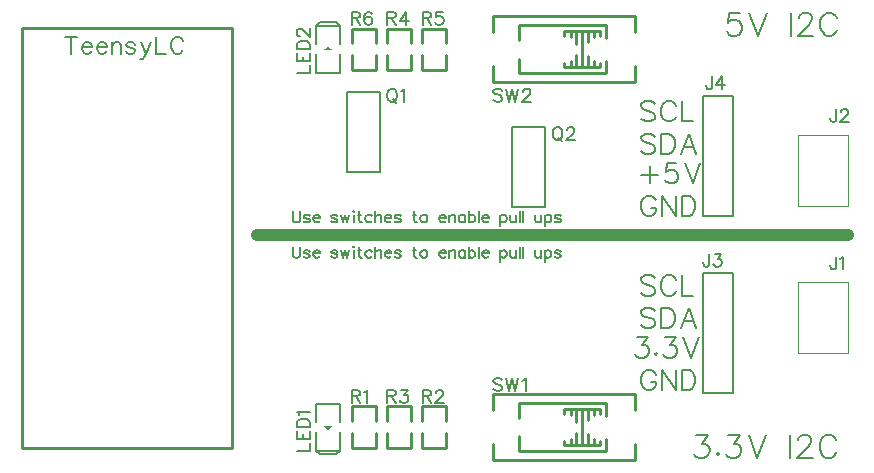
<source format=gto>
G04 Layer: TopSilkLayer*
G04 EasyEDA v6.4.25, 2022-02-05T09:57:48+11:00*
G04 a67cddfb3fce44daa9051d46cbbcc19f,10*
G04 Gerber Generator version 0.2*
G04 Scale: 100 percent, Rotated: No, Reflected: No *
G04 Dimensions in millimeters *
G04 leading zeros omitted , absolute positions ,4 integer and 5 decimal *
%FSLAX45Y45*%
%MOMM*%

%ADD10C,0.2540*%
%ADD11C,1.0000*%
%ADD25C,0.1000*%
%ADD26C,0.2032*%
%ADD27C,0.2030*%
%ADD28C,0.2000*%
%ADD29C,0.1524*%

%LPD*%
D26*
X6285755Y3880048D02*
G01*
X6193553Y3880048D01*
X6184155Y3796990D01*
X6193553Y3806134D01*
X6221239Y3815278D01*
X6248925Y3815278D01*
X6276611Y3806134D01*
X6295153Y3787592D01*
X6304297Y3759906D01*
X6304297Y3741618D01*
X6295153Y3713678D01*
X6276611Y3695390D01*
X6248925Y3685992D01*
X6221239Y3685992D01*
X6193553Y3695390D01*
X6184155Y3704534D01*
X6175011Y3723076D01*
X6365257Y3880048D02*
G01*
X6439171Y3685992D01*
X6513085Y3880048D02*
G01*
X6439171Y3685992D01*
X6716285Y3880048D02*
G01*
X6716285Y3685992D01*
X6786389Y3833820D02*
G01*
X6786389Y3843218D01*
X6795787Y3861506D01*
X6804931Y3870904D01*
X6823473Y3880048D01*
X6860303Y3880048D01*
X6878845Y3870904D01*
X6887989Y3861506D01*
X6897387Y3843218D01*
X6897387Y3824676D01*
X6887989Y3806134D01*
X6869447Y3778448D01*
X6777245Y3685992D01*
X6906531Y3685992D01*
X7105921Y3833820D02*
G01*
X7096777Y3852362D01*
X7078235Y3870904D01*
X7059947Y3880048D01*
X7022863Y3880048D01*
X7004321Y3870904D01*
X6986033Y3852362D01*
X6976635Y3833820D01*
X6967491Y3806134D01*
X6967491Y3759906D01*
X6976635Y3732220D01*
X6986033Y3713678D01*
X7004321Y3695390D01*
X7022863Y3685992D01*
X7059947Y3685992D01*
X7078235Y3695390D01*
X7096777Y3713678D01*
X7105921Y3732220D01*
X5918555Y305000D02*
G01*
X6020155Y305000D01*
X5964529Y231086D01*
X5992469Y231086D01*
X6010757Y221942D01*
X6020155Y212798D01*
X6029299Y184858D01*
X6029299Y166570D01*
X6020155Y138884D01*
X6001613Y120342D01*
X5973927Y111198D01*
X5946241Y111198D01*
X5918555Y120342D01*
X5909157Y129486D01*
X5900013Y148028D01*
X6099403Y157172D02*
G01*
X6090259Y148028D01*
X6099403Y138884D01*
X6108801Y148028D01*
X6099403Y157172D01*
X6188049Y305000D02*
G01*
X6289649Y305000D01*
X6234277Y231086D01*
X6261963Y231086D01*
X6280505Y221942D01*
X6289649Y212798D01*
X6299047Y184858D01*
X6299047Y166570D01*
X6289649Y138884D01*
X6271361Y120342D01*
X6243675Y111198D01*
X6215989Y111198D01*
X6188049Y120342D01*
X6178905Y129486D01*
X6169761Y148028D01*
X6360007Y305000D02*
G01*
X6433921Y111198D01*
X6507835Y305000D02*
G01*
X6433921Y111198D01*
X6711035Y305000D02*
G01*
X6711035Y111198D01*
X6781139Y258772D02*
G01*
X6781139Y268170D01*
X6790283Y286458D01*
X6799681Y295856D01*
X6817969Y305000D01*
X6855053Y305000D01*
X6873595Y295856D01*
X6882739Y286458D01*
X6891883Y268170D01*
X6891883Y249628D01*
X6882739Y231086D01*
X6864197Y203400D01*
X6771995Y111198D01*
X6901281Y111198D01*
X7100671Y258772D02*
G01*
X7091527Y277314D01*
X7072985Y295856D01*
X7054443Y305000D01*
X7017613Y305000D01*
X6999071Y295856D01*
X6980529Y277314D01*
X6971385Y258772D01*
X6962241Y231086D01*
X6962241Y184858D01*
X6971385Y157172D01*
X6980529Y138884D01*
X6999071Y120342D01*
X7017613Y111198D01*
X7054443Y111198D01*
X7072985Y120342D01*
X7091527Y138884D01*
X7100671Y157172D01*
X5564446Y3107181D02*
G01*
X5548190Y3123437D01*
X5523552Y3131565D01*
X5490786Y3131565D01*
X5466402Y3123437D01*
X5449892Y3107181D01*
X5449892Y3090671D01*
X5458274Y3074415D01*
X5466402Y3066287D01*
X5482658Y3057905D01*
X5531934Y3041650D01*
X5548190Y3033521D01*
X5556318Y3025394D01*
X5564446Y3008884D01*
X5564446Y2984245D01*
X5548190Y2967989D01*
X5523552Y2959862D01*
X5490786Y2959862D01*
X5466402Y2967989D01*
X5449892Y2984245D01*
X5741230Y3090671D02*
G01*
X5733102Y3107181D01*
X5716846Y3123437D01*
X5700336Y3131565D01*
X5667570Y3131565D01*
X5651314Y3123437D01*
X5634804Y3107181D01*
X5626676Y3090671D01*
X5618548Y3066287D01*
X5618548Y3025394D01*
X5626676Y3000755D01*
X5634804Y2984245D01*
X5651314Y2967989D01*
X5667570Y2959862D01*
X5700336Y2959862D01*
X5716846Y2967989D01*
X5733102Y2984245D01*
X5741230Y3000755D01*
X5795332Y3131565D02*
G01*
X5795332Y2959862D01*
X5795332Y2959862D02*
G01*
X5893376Y2959862D01*
X5564446Y2832100D02*
G01*
X5548190Y2848355D01*
X5523552Y2856737D01*
X5490786Y2856737D01*
X5466402Y2848355D01*
X5449892Y2832100D01*
X5449892Y2815844D01*
X5458274Y2799334D01*
X5466402Y2791205D01*
X5482658Y2783078D01*
X5531934Y2766568D01*
X5548190Y2758439D01*
X5556318Y2750312D01*
X5564446Y2733802D01*
X5564446Y2709418D01*
X5548190Y2692907D01*
X5523552Y2684779D01*
X5490786Y2684779D01*
X5466402Y2692907D01*
X5449892Y2709418D01*
X5618548Y2856737D02*
G01*
X5618548Y2684779D01*
X5618548Y2856737D02*
G01*
X5675698Y2856737D01*
X5700336Y2848355D01*
X5716846Y2832100D01*
X5724974Y2815844D01*
X5733102Y2791205D01*
X5733102Y2750312D01*
X5724974Y2725673D01*
X5716846Y2709418D01*
X5700336Y2692907D01*
X5675698Y2684779D01*
X5618548Y2684779D01*
X5852482Y2856737D02*
G01*
X5787204Y2684779D01*
X5852482Y2856737D02*
G01*
X5918014Y2684779D01*
X5811588Y2742184D02*
G01*
X5893376Y2742184D01*
X5523552Y2582163D02*
G01*
X5523552Y2434844D01*
X5449892Y2508504D02*
G01*
X5597212Y2508504D01*
X5749358Y2606547D02*
G01*
X5667570Y2606547D01*
X5659442Y2532887D01*
X5667570Y2541270D01*
X5692208Y2549397D01*
X5716846Y2549397D01*
X5741230Y2541270D01*
X5757740Y2524760D01*
X5765868Y2500376D01*
X5765868Y2483865D01*
X5757740Y2459481D01*
X5741230Y2442971D01*
X5716846Y2434844D01*
X5692208Y2434844D01*
X5667570Y2442971D01*
X5659442Y2451100D01*
X5651314Y2467610D01*
X5819716Y2606547D02*
G01*
X5885248Y2434844D01*
X5950780Y2606547D02*
G01*
X5885248Y2434844D01*
X5572828Y2290826D02*
G01*
X5564446Y2307081D01*
X5548190Y2323337D01*
X5531934Y2331720D01*
X5499168Y2331720D01*
X5482658Y2323337D01*
X5466402Y2307081D01*
X5458274Y2290826D01*
X5449892Y2266187D01*
X5449892Y2225294D01*
X5458274Y2200655D01*
X5466402Y2184400D01*
X5482658Y2167889D01*
X5499168Y2159762D01*
X5531934Y2159762D01*
X5548190Y2167889D01*
X5564446Y2184400D01*
X5572828Y2200655D01*
X5572828Y2225294D01*
X5531934Y2225294D02*
G01*
X5572828Y2225294D01*
X5626676Y2331720D02*
G01*
X5626676Y2159762D01*
X5626676Y2331720D02*
G01*
X5741230Y2159762D01*
X5741230Y2331720D02*
G01*
X5741230Y2159762D01*
X5795332Y2331720D02*
G01*
X5795332Y2159762D01*
X5795332Y2331720D02*
G01*
X5852482Y2331720D01*
X5877120Y2323337D01*
X5893376Y2307081D01*
X5901758Y2290826D01*
X5909886Y2266187D01*
X5909886Y2225294D01*
X5901758Y2200655D01*
X5893376Y2184400D01*
X5877120Y2167889D01*
X5852482Y2159762D01*
X5795332Y2159762D01*
X5572828Y815847D02*
G01*
X5564446Y832104D01*
X5548190Y848360D01*
X5531934Y856742D01*
X5499168Y856742D01*
X5482658Y848360D01*
X5466402Y832104D01*
X5458274Y815847D01*
X5449892Y791210D01*
X5449892Y750315D01*
X5458274Y725678D01*
X5466402Y709421D01*
X5482658Y692912D01*
X5499168Y684784D01*
X5531934Y684784D01*
X5548190Y692912D01*
X5564446Y709421D01*
X5572828Y725678D01*
X5572828Y750315D01*
X5531934Y750315D02*
G01*
X5572828Y750315D01*
X5626676Y856742D02*
G01*
X5626676Y684784D01*
X5626676Y856742D02*
G01*
X5741230Y684784D01*
X5741230Y856742D02*
G01*
X5741230Y684784D01*
X5795332Y856742D02*
G01*
X5795332Y684784D01*
X5795332Y856742D02*
G01*
X5852482Y856742D01*
X5877120Y848360D01*
X5893376Y832104D01*
X5901758Y815847D01*
X5909886Y791210D01*
X5909886Y750315D01*
X5901758Y725678D01*
X5893376Y709421D01*
X5877120Y692912D01*
X5852482Y684784D01*
X5795332Y684784D01*
X5416364Y1131570D02*
G01*
X5506280Y1131570D01*
X5457258Y1066292D01*
X5481896Y1066292D01*
X5498152Y1057910D01*
X5506280Y1049781D01*
X5514662Y1025397D01*
X5514662Y1008887D01*
X5506280Y984250D01*
X5490024Y967994D01*
X5465386Y959865D01*
X5441002Y959865D01*
X5416364Y967994D01*
X5408236Y976121D01*
X5400108Y992631D01*
X5576638Y1000760D02*
G01*
X5568510Y992631D01*
X5576638Y984250D01*
X5585020Y992631D01*
X5576638Y1000760D01*
X5655378Y1131570D02*
G01*
X5745294Y1131570D01*
X5696272Y1066292D01*
X5720656Y1066292D01*
X5737166Y1057910D01*
X5745294Y1049781D01*
X5753422Y1025397D01*
X5753422Y1008887D01*
X5745294Y984250D01*
X5728784Y967994D01*
X5704400Y959865D01*
X5679762Y959865D01*
X5655378Y967994D01*
X5646996Y976121D01*
X5638868Y992631D01*
X5807524Y1131570D02*
G01*
X5872802Y959865D01*
X5938334Y1131570D02*
G01*
X5872802Y959865D01*
X5564446Y1357121D02*
G01*
X5548190Y1373378D01*
X5523552Y1381760D01*
X5490786Y1381760D01*
X5466402Y1373378D01*
X5449892Y1357121D01*
X5449892Y1340612D01*
X5458274Y1324355D01*
X5466402Y1316228D01*
X5482658Y1308100D01*
X5531934Y1291589D01*
X5548190Y1283462D01*
X5556318Y1275334D01*
X5564446Y1258823D01*
X5564446Y1234439D01*
X5548190Y1217929D01*
X5523552Y1209802D01*
X5490786Y1209802D01*
X5466402Y1217929D01*
X5449892Y1234439D01*
X5618548Y1381760D02*
G01*
X5618548Y1209802D01*
X5618548Y1381760D02*
G01*
X5675698Y1381760D01*
X5700336Y1373378D01*
X5716846Y1357121D01*
X5724974Y1340612D01*
X5733102Y1316228D01*
X5733102Y1275334D01*
X5724974Y1250695D01*
X5716846Y1234439D01*
X5700336Y1217929D01*
X5675698Y1209802D01*
X5618548Y1209802D01*
X5852482Y1381760D02*
G01*
X5787204Y1209802D01*
X5852482Y1381760D02*
G01*
X5918014Y1209802D01*
X5811588Y1267205D02*
G01*
X5893376Y1267205D01*
X5564446Y1632204D02*
G01*
X5548190Y1648460D01*
X5523552Y1656587D01*
X5490786Y1656587D01*
X5466402Y1648460D01*
X5449892Y1632204D01*
X5449892Y1615694D01*
X5458274Y1599437D01*
X5466402Y1591055D01*
X5482658Y1582928D01*
X5531934Y1566671D01*
X5548190Y1558544D01*
X5556318Y1550162D01*
X5564446Y1533905D01*
X5564446Y1509268D01*
X5548190Y1493012D01*
X5523552Y1484884D01*
X5490786Y1484884D01*
X5466402Y1493012D01*
X5449892Y1509268D01*
X5741230Y1615694D02*
G01*
X5733102Y1632204D01*
X5716846Y1648460D01*
X5700336Y1656587D01*
X5667570Y1656587D01*
X5651314Y1648460D01*
X5634804Y1632204D01*
X5626676Y1615694D01*
X5618548Y1591055D01*
X5618548Y1550162D01*
X5626676Y1525778D01*
X5634804Y1509268D01*
X5651314Y1493012D01*
X5667570Y1484884D01*
X5700336Y1484884D01*
X5716846Y1493012D01*
X5733102Y1509268D01*
X5741230Y1525778D01*
X5795332Y1656587D02*
G01*
X5795332Y1484884D01*
X5795332Y1484884D02*
G01*
X5893376Y1484884D01*
X2499944Y1900859D02*
G01*
X2499944Y1832787D01*
X2504516Y1819071D01*
X2513660Y1809927D01*
X2527376Y1805355D01*
X2536266Y1805355D01*
X2549982Y1809927D01*
X2559126Y1819071D01*
X2563698Y1832787D01*
X2563698Y1900859D01*
X2643708Y1855393D02*
G01*
X2639136Y1864537D01*
X2625420Y1869109D01*
X2611704Y1869109D01*
X2598242Y1864537D01*
X2593670Y1855393D01*
X2598242Y1846249D01*
X2607386Y1841931D01*
X2629992Y1837359D01*
X2639136Y1832787D01*
X2643708Y1823643D01*
X2643708Y1819071D01*
X2639136Y1809927D01*
X2625420Y1805355D01*
X2611704Y1805355D01*
X2598242Y1809927D01*
X2593670Y1819071D01*
X2673680Y1841931D02*
G01*
X2728290Y1841931D01*
X2728290Y1850821D01*
X2723718Y1859965D01*
X2719146Y1864537D01*
X2710002Y1869109D01*
X2696286Y1869109D01*
X2687396Y1864537D01*
X2678252Y1855393D01*
X2673680Y1841931D01*
X2673680Y1832787D01*
X2678252Y1819071D01*
X2687396Y1809927D01*
X2696286Y1805355D01*
X2710002Y1805355D01*
X2719146Y1809927D01*
X2728290Y1819071D01*
X2878150Y1855393D02*
G01*
X2873578Y1864537D01*
X2860116Y1869109D01*
X2846400Y1869109D01*
X2832684Y1864537D01*
X2828112Y1855393D01*
X2832684Y1846249D01*
X2841828Y1841931D01*
X2864434Y1837359D01*
X2873578Y1832787D01*
X2878150Y1823643D01*
X2878150Y1819071D01*
X2873578Y1809927D01*
X2860116Y1805355D01*
X2846400Y1805355D01*
X2832684Y1809927D01*
X2828112Y1819071D01*
X2908122Y1869109D02*
G01*
X2926410Y1805355D01*
X2944444Y1869109D02*
G01*
X2926410Y1805355D01*
X2944444Y1869109D02*
G01*
X2962732Y1805355D01*
X2981020Y1869109D02*
G01*
X2962732Y1805355D01*
X3010992Y1900859D02*
G01*
X3015564Y1896287D01*
X3019882Y1900859D01*
X3015564Y1905431D01*
X3010992Y1900859D01*
X3015564Y1869109D02*
G01*
X3015564Y1805355D01*
X3063570Y1900859D02*
G01*
X3063570Y1823643D01*
X3068142Y1809927D01*
X3077286Y1805355D01*
X3086430Y1805355D01*
X3050108Y1869109D02*
G01*
X3081858Y1869109D01*
X3171012Y1855393D02*
G01*
X3161868Y1864537D01*
X3152724Y1869109D01*
X3139008Y1869109D01*
X3130118Y1864537D01*
X3120974Y1855393D01*
X3116402Y1841931D01*
X3116402Y1832787D01*
X3120974Y1819071D01*
X3130118Y1809927D01*
X3139008Y1805355D01*
X3152724Y1805355D01*
X3161868Y1809927D01*
X3171012Y1819071D01*
X3200984Y1900859D02*
G01*
X3200984Y1805355D01*
X3200984Y1850821D02*
G01*
X3214446Y1864537D01*
X3223590Y1869109D01*
X3237306Y1869109D01*
X3246450Y1864537D01*
X3251022Y1850821D01*
X3251022Y1805355D01*
X3280994Y1841931D02*
G01*
X3335350Y1841931D01*
X3335350Y1850821D01*
X3331032Y1859965D01*
X3326460Y1864537D01*
X3317316Y1869109D01*
X3303600Y1869109D01*
X3294456Y1864537D01*
X3285566Y1855393D01*
X3280994Y1841931D01*
X3280994Y1832787D01*
X3285566Y1819071D01*
X3294456Y1809927D01*
X3303600Y1805355D01*
X3317316Y1805355D01*
X3326460Y1809927D01*
X3335350Y1819071D01*
X3415360Y1855393D02*
G01*
X3410788Y1864537D01*
X3397326Y1869109D01*
X3383610Y1869109D01*
X3369894Y1864537D01*
X3365576Y1855393D01*
X3369894Y1846249D01*
X3379038Y1841931D01*
X3401898Y1837359D01*
X3410788Y1832787D01*
X3415360Y1823643D01*
X3415360Y1819071D01*
X3410788Y1809927D01*
X3397326Y1805355D01*
X3383610Y1805355D01*
X3369894Y1809927D01*
X3365576Y1819071D01*
X3529152Y1900859D02*
G01*
X3529152Y1823643D01*
X3533724Y1809927D01*
X3542614Y1805355D01*
X3551758Y1805355D01*
X3515436Y1869109D02*
G01*
X3547186Y1869109D01*
X3604590Y1869109D02*
G01*
X3595446Y1864537D01*
X3586302Y1855393D01*
X3581730Y1841931D01*
X3581730Y1832787D01*
X3586302Y1819071D01*
X3595446Y1809927D01*
X3604590Y1805355D01*
X3618306Y1805355D01*
X3627196Y1809927D01*
X3636340Y1819071D01*
X3640912Y1832787D01*
X3640912Y1841931D01*
X3636340Y1855393D01*
X3627196Y1864537D01*
X3618306Y1869109D01*
X3604590Y1869109D01*
X3740988Y1841931D02*
G01*
X3795344Y1841931D01*
X3795344Y1850821D01*
X3791026Y1859965D01*
X3786454Y1864537D01*
X3777310Y1869109D01*
X3763594Y1869109D01*
X3754450Y1864537D01*
X3745560Y1855393D01*
X3740988Y1841931D01*
X3740988Y1832787D01*
X3745560Y1819071D01*
X3754450Y1809927D01*
X3763594Y1805355D01*
X3777310Y1805355D01*
X3786454Y1809927D01*
X3795344Y1819071D01*
X3825570Y1869109D02*
G01*
X3825570Y1805355D01*
X3825570Y1850821D02*
G01*
X3839032Y1864537D01*
X3848176Y1869109D01*
X3861892Y1869109D01*
X3870782Y1864537D01*
X3875354Y1850821D01*
X3875354Y1805355D01*
X3959936Y1869109D02*
G01*
X3959936Y1805355D01*
X3959936Y1855393D02*
G01*
X3950792Y1864537D01*
X3941902Y1869109D01*
X3928186Y1869109D01*
X3919042Y1864537D01*
X3909898Y1855393D01*
X3905580Y1841931D01*
X3905580Y1832787D01*
X3909898Y1819071D01*
X3919042Y1809927D01*
X3928186Y1805355D01*
X3941902Y1805355D01*
X3950792Y1809927D01*
X3959936Y1819071D01*
X3989908Y1900859D02*
G01*
X3989908Y1805355D01*
X3989908Y1855393D02*
G01*
X3999052Y1864537D01*
X4008196Y1869109D01*
X4021912Y1869109D01*
X4030802Y1864537D01*
X4039946Y1855393D01*
X4044518Y1841931D01*
X4044518Y1832787D01*
X4039946Y1819071D01*
X4030802Y1809927D01*
X4021912Y1805355D01*
X4008196Y1805355D01*
X3999052Y1809927D01*
X3989908Y1819071D01*
X4074490Y1900859D02*
G01*
X4074490Y1805355D01*
X4104462Y1841931D02*
G01*
X4159072Y1841931D01*
X4159072Y1850821D01*
X4154500Y1859965D01*
X4149928Y1864537D01*
X4140784Y1869109D01*
X4127322Y1869109D01*
X4118178Y1864537D01*
X4109034Y1855393D01*
X4104462Y1841931D01*
X4104462Y1832787D01*
X4109034Y1819071D01*
X4118178Y1809927D01*
X4127322Y1805355D01*
X4140784Y1805355D01*
X4149928Y1809927D01*
X4159072Y1819071D01*
X4259148Y1869109D02*
G01*
X4259148Y1773605D01*
X4259148Y1855393D02*
G01*
X4268292Y1864537D01*
X4277182Y1869109D01*
X4290898Y1869109D01*
X4300042Y1864537D01*
X4309186Y1855393D01*
X4313758Y1841931D01*
X4313758Y1832787D01*
X4309186Y1819071D01*
X4300042Y1809927D01*
X4290898Y1805355D01*
X4277182Y1805355D01*
X4268292Y1809927D01*
X4259148Y1819071D01*
X4343730Y1869109D02*
G01*
X4343730Y1823643D01*
X4348302Y1809927D01*
X4357192Y1805355D01*
X4370908Y1805355D01*
X4380052Y1809927D01*
X4393514Y1823643D01*
X4393514Y1869109D02*
G01*
X4393514Y1805355D01*
X4423740Y1900859D02*
G01*
X4423740Y1805355D01*
X4453712Y1900859D02*
G01*
X4453712Y1805355D01*
X4553534Y1869109D02*
G01*
X4553534Y1823643D01*
X4558106Y1809927D01*
X4567250Y1805355D01*
X4580966Y1805355D01*
X4590110Y1809927D01*
X4603572Y1823643D01*
X4603572Y1869109D02*
G01*
X4603572Y1805355D01*
X4633544Y1869109D02*
G01*
X4633544Y1773605D01*
X4633544Y1855393D02*
G01*
X4642688Y1864537D01*
X4651832Y1869109D01*
X4665548Y1869109D01*
X4674438Y1864537D01*
X4683582Y1855393D01*
X4688154Y1841931D01*
X4688154Y1832787D01*
X4683582Y1819071D01*
X4674438Y1809927D01*
X4665548Y1805355D01*
X4651832Y1805355D01*
X4642688Y1809927D01*
X4633544Y1819071D01*
X4768164Y1855393D02*
G01*
X4763592Y1864537D01*
X4749876Y1869109D01*
X4736414Y1869109D01*
X4722698Y1864537D01*
X4718126Y1855393D01*
X4722698Y1846249D01*
X4731842Y1841931D01*
X4754448Y1837359D01*
X4763592Y1832787D01*
X4768164Y1823643D01*
X4768164Y1819071D01*
X4763592Y1809927D01*
X4749876Y1805355D01*
X4736414Y1805355D01*
X4722698Y1809927D01*
X4718126Y1819071D01*
X2499944Y2200861D02*
G01*
X2499944Y2132789D01*
X2504516Y2119073D01*
X2513660Y2109929D01*
X2527376Y2105357D01*
X2536266Y2105357D01*
X2549982Y2109929D01*
X2559126Y2119073D01*
X2563698Y2132789D01*
X2563698Y2200861D01*
X2643708Y2155395D02*
G01*
X2639136Y2164539D01*
X2625420Y2169111D01*
X2611704Y2169111D01*
X2598242Y2164539D01*
X2593670Y2155395D01*
X2598242Y2146251D01*
X2607386Y2141933D01*
X2629992Y2137361D01*
X2639136Y2132789D01*
X2643708Y2123645D01*
X2643708Y2119073D01*
X2639136Y2109929D01*
X2625420Y2105357D01*
X2611704Y2105357D01*
X2598242Y2109929D01*
X2593670Y2119073D01*
X2673680Y2141933D02*
G01*
X2728290Y2141933D01*
X2728290Y2150823D01*
X2723718Y2159967D01*
X2719146Y2164539D01*
X2710002Y2169111D01*
X2696286Y2169111D01*
X2687396Y2164539D01*
X2678252Y2155395D01*
X2673680Y2141933D01*
X2673680Y2132789D01*
X2678252Y2119073D01*
X2687396Y2109929D01*
X2696286Y2105357D01*
X2710002Y2105357D01*
X2719146Y2109929D01*
X2728290Y2119073D01*
X2878150Y2155395D02*
G01*
X2873578Y2164539D01*
X2860116Y2169111D01*
X2846400Y2169111D01*
X2832684Y2164539D01*
X2828112Y2155395D01*
X2832684Y2146251D01*
X2841828Y2141933D01*
X2864434Y2137361D01*
X2873578Y2132789D01*
X2878150Y2123645D01*
X2878150Y2119073D01*
X2873578Y2109929D01*
X2860116Y2105357D01*
X2846400Y2105357D01*
X2832684Y2109929D01*
X2828112Y2119073D01*
X2908122Y2169111D02*
G01*
X2926410Y2105357D01*
X2944444Y2169111D02*
G01*
X2926410Y2105357D01*
X2944444Y2169111D02*
G01*
X2962732Y2105357D01*
X2981020Y2169111D02*
G01*
X2962732Y2105357D01*
X3010992Y2200861D02*
G01*
X3015564Y2196289D01*
X3019882Y2200861D01*
X3015564Y2205433D01*
X3010992Y2200861D01*
X3015564Y2169111D02*
G01*
X3015564Y2105357D01*
X3063570Y2200861D02*
G01*
X3063570Y2123645D01*
X3068142Y2109929D01*
X3077286Y2105357D01*
X3086430Y2105357D01*
X3050108Y2169111D02*
G01*
X3081858Y2169111D01*
X3171012Y2155395D02*
G01*
X3161868Y2164539D01*
X3152724Y2169111D01*
X3139008Y2169111D01*
X3130118Y2164539D01*
X3120974Y2155395D01*
X3116402Y2141933D01*
X3116402Y2132789D01*
X3120974Y2119073D01*
X3130118Y2109929D01*
X3139008Y2105357D01*
X3152724Y2105357D01*
X3161868Y2109929D01*
X3171012Y2119073D01*
X3200984Y2200861D02*
G01*
X3200984Y2105357D01*
X3200984Y2150823D02*
G01*
X3214446Y2164539D01*
X3223590Y2169111D01*
X3237306Y2169111D01*
X3246450Y2164539D01*
X3251022Y2150823D01*
X3251022Y2105357D01*
X3280994Y2141933D02*
G01*
X3335350Y2141933D01*
X3335350Y2150823D01*
X3331032Y2159967D01*
X3326460Y2164539D01*
X3317316Y2169111D01*
X3303600Y2169111D01*
X3294456Y2164539D01*
X3285566Y2155395D01*
X3280994Y2141933D01*
X3280994Y2132789D01*
X3285566Y2119073D01*
X3294456Y2109929D01*
X3303600Y2105357D01*
X3317316Y2105357D01*
X3326460Y2109929D01*
X3335350Y2119073D01*
X3415360Y2155395D02*
G01*
X3410788Y2164539D01*
X3397326Y2169111D01*
X3383610Y2169111D01*
X3369894Y2164539D01*
X3365576Y2155395D01*
X3369894Y2146251D01*
X3379038Y2141933D01*
X3401898Y2137361D01*
X3410788Y2132789D01*
X3415360Y2123645D01*
X3415360Y2119073D01*
X3410788Y2109929D01*
X3397326Y2105357D01*
X3383610Y2105357D01*
X3369894Y2109929D01*
X3365576Y2119073D01*
X3529152Y2200861D02*
G01*
X3529152Y2123645D01*
X3533724Y2109929D01*
X3542614Y2105357D01*
X3551758Y2105357D01*
X3515436Y2169111D02*
G01*
X3547186Y2169111D01*
X3604590Y2169111D02*
G01*
X3595446Y2164539D01*
X3586302Y2155395D01*
X3581730Y2141933D01*
X3581730Y2132789D01*
X3586302Y2119073D01*
X3595446Y2109929D01*
X3604590Y2105357D01*
X3618306Y2105357D01*
X3627196Y2109929D01*
X3636340Y2119073D01*
X3640912Y2132789D01*
X3640912Y2141933D01*
X3636340Y2155395D01*
X3627196Y2164539D01*
X3618306Y2169111D01*
X3604590Y2169111D01*
X3740988Y2141933D02*
G01*
X3795344Y2141933D01*
X3795344Y2150823D01*
X3791026Y2159967D01*
X3786454Y2164539D01*
X3777310Y2169111D01*
X3763594Y2169111D01*
X3754450Y2164539D01*
X3745560Y2155395D01*
X3740988Y2141933D01*
X3740988Y2132789D01*
X3745560Y2119073D01*
X3754450Y2109929D01*
X3763594Y2105357D01*
X3777310Y2105357D01*
X3786454Y2109929D01*
X3795344Y2119073D01*
X3825570Y2169111D02*
G01*
X3825570Y2105357D01*
X3825570Y2150823D02*
G01*
X3839032Y2164539D01*
X3848176Y2169111D01*
X3861892Y2169111D01*
X3870782Y2164539D01*
X3875354Y2150823D01*
X3875354Y2105357D01*
X3959936Y2169111D02*
G01*
X3959936Y2105357D01*
X3959936Y2155395D02*
G01*
X3950792Y2164539D01*
X3941902Y2169111D01*
X3928186Y2169111D01*
X3919042Y2164539D01*
X3909898Y2155395D01*
X3905580Y2141933D01*
X3905580Y2132789D01*
X3909898Y2119073D01*
X3919042Y2109929D01*
X3928186Y2105357D01*
X3941902Y2105357D01*
X3950792Y2109929D01*
X3959936Y2119073D01*
X3989908Y2200861D02*
G01*
X3989908Y2105357D01*
X3989908Y2155395D02*
G01*
X3999052Y2164539D01*
X4008196Y2169111D01*
X4021912Y2169111D01*
X4030802Y2164539D01*
X4039946Y2155395D01*
X4044518Y2141933D01*
X4044518Y2132789D01*
X4039946Y2119073D01*
X4030802Y2109929D01*
X4021912Y2105357D01*
X4008196Y2105357D01*
X3999052Y2109929D01*
X3989908Y2119073D01*
X4074490Y2200861D02*
G01*
X4074490Y2105357D01*
X4104462Y2141933D02*
G01*
X4159072Y2141933D01*
X4159072Y2150823D01*
X4154500Y2159967D01*
X4149928Y2164539D01*
X4140784Y2169111D01*
X4127322Y2169111D01*
X4118178Y2164539D01*
X4109034Y2155395D01*
X4104462Y2141933D01*
X4104462Y2132789D01*
X4109034Y2119073D01*
X4118178Y2109929D01*
X4127322Y2105357D01*
X4140784Y2105357D01*
X4149928Y2109929D01*
X4159072Y2119073D01*
X4259148Y2169111D02*
G01*
X4259148Y2073607D01*
X4259148Y2155395D02*
G01*
X4268292Y2164539D01*
X4277182Y2169111D01*
X4290898Y2169111D01*
X4300042Y2164539D01*
X4309186Y2155395D01*
X4313758Y2141933D01*
X4313758Y2132789D01*
X4309186Y2119073D01*
X4300042Y2109929D01*
X4290898Y2105357D01*
X4277182Y2105357D01*
X4268292Y2109929D01*
X4259148Y2119073D01*
X4343730Y2169111D02*
G01*
X4343730Y2123645D01*
X4348302Y2109929D01*
X4357192Y2105357D01*
X4370908Y2105357D01*
X4380052Y2109929D01*
X4393514Y2123645D01*
X4393514Y2169111D02*
G01*
X4393514Y2105357D01*
X4423740Y2200861D02*
G01*
X4423740Y2105357D01*
X4453712Y2200861D02*
G01*
X4453712Y2105357D01*
X4553534Y2169111D02*
G01*
X4553534Y2123645D01*
X4558106Y2109929D01*
X4567250Y2105357D01*
X4580966Y2105357D01*
X4590110Y2109929D01*
X4603572Y2123645D01*
X4603572Y2169111D02*
G01*
X4603572Y2105357D01*
X4633544Y2169111D02*
G01*
X4633544Y2073607D01*
X4633544Y2155395D02*
G01*
X4642688Y2164539D01*
X4651832Y2169111D01*
X4665548Y2169111D01*
X4674438Y2164539D01*
X4683582Y2155395D01*
X4688154Y2141933D01*
X4688154Y2132789D01*
X4683582Y2119073D01*
X4674438Y2109929D01*
X4665548Y2105357D01*
X4651832Y2105357D01*
X4642688Y2109929D01*
X4633544Y2119073D01*
X4768164Y2155395D02*
G01*
X4763592Y2164539D01*
X4749876Y2169111D01*
X4736414Y2169111D01*
X4722698Y2164539D01*
X4718126Y2155395D01*
X4722698Y2146251D01*
X4731842Y2141933D01*
X4754448Y2137361D01*
X4763592Y2132789D01*
X4768164Y2123645D01*
X4768164Y2119073D01*
X4763592Y2109929D01*
X4749876Y2105357D01*
X4736414Y2105357D01*
X4722698Y2109929D01*
X4718126Y2119073D01*
D29*
X3599941Y686815D02*
G01*
X3599941Y577595D01*
X3599941Y686815D02*
G01*
X3646677Y686815D01*
X3662425Y681481D01*
X3667506Y676402D01*
X3672840Y665987D01*
X3672840Y655573D01*
X3667506Y645160D01*
X3662425Y640079D01*
X3646677Y634745D01*
X3599941Y634745D01*
X3636263Y634745D02*
G01*
X3672840Y577595D01*
X3712209Y660907D02*
G01*
X3712209Y665987D01*
X3717543Y676402D01*
X3722624Y681481D01*
X3733038Y686815D01*
X3753865Y686815D01*
X3764279Y681481D01*
X3769359Y676402D01*
X3774693Y665987D01*
X3774693Y655573D01*
X3769359Y645160D01*
X3758945Y629665D01*
X3707129Y577595D01*
X3779774Y577595D01*
X3299968Y686815D02*
G01*
X3299968Y577595D01*
X3299968Y686815D02*
G01*
X3346704Y686815D01*
X3362452Y681481D01*
X3367531Y676402D01*
X3372611Y665987D01*
X3372611Y655573D01*
X3367531Y645160D01*
X3362452Y640079D01*
X3346704Y634745D01*
X3299968Y634745D01*
X3336290Y634745D02*
G01*
X3372611Y577595D01*
X3417315Y686815D02*
G01*
X3474465Y686815D01*
X3443477Y645160D01*
X3458972Y645160D01*
X3469386Y640079D01*
X3474465Y634745D01*
X3479800Y619252D01*
X3479800Y608837D01*
X3474465Y593344D01*
X3464052Y582929D01*
X3448558Y577595D01*
X3433063Y577595D01*
X3417315Y582929D01*
X3412236Y588010D01*
X3406902Y598423D01*
X3299968Y3886707D02*
G01*
X3299968Y3777742D01*
X3299968Y3886707D02*
G01*
X3346704Y3886707D01*
X3362452Y3881628D01*
X3367531Y3876294D01*
X3372611Y3865879D01*
X3372611Y3855720D01*
X3367531Y3845305D01*
X3362452Y3839971D01*
X3346704Y3834892D01*
X3299968Y3834892D01*
X3336290Y3834892D02*
G01*
X3372611Y3777742D01*
X3458972Y3886707D02*
G01*
X3406902Y3814063D01*
X3484879Y3814063D01*
X3458972Y3886707D02*
G01*
X3458972Y3777742D01*
X3599941Y3886707D02*
G01*
X3599941Y3777742D01*
X3599941Y3886707D02*
G01*
X3646677Y3886707D01*
X3662425Y3881628D01*
X3667506Y3876294D01*
X3672840Y3865879D01*
X3672840Y3855720D01*
X3667506Y3845305D01*
X3662425Y3839971D01*
X3646677Y3834892D01*
X3599941Y3834892D01*
X3636263Y3834892D02*
G01*
X3672840Y3777742D01*
X3769359Y3886707D02*
G01*
X3717543Y3886707D01*
X3712209Y3839971D01*
X3717543Y3845305D01*
X3733038Y3850386D01*
X3748531Y3850386D01*
X3764279Y3845305D01*
X3774693Y3834892D01*
X3779774Y3819144D01*
X3779774Y3808729D01*
X3774693Y3793236D01*
X3764279Y3782821D01*
X3748531Y3777742D01*
X3733038Y3777742D01*
X3717543Y3782821D01*
X3712209Y3788155D01*
X3707129Y3798570D01*
X7102063Y1815317D02*
G01*
X7102063Y1732259D01*
X7096729Y1716511D01*
X7091649Y1711431D01*
X7081235Y1706351D01*
X7070821Y1706351D01*
X7060407Y1711431D01*
X7055073Y1716511D01*
X7049993Y1732259D01*
X7049993Y1742673D01*
X7136353Y1794489D02*
G01*
X7146513Y1799823D01*
X7162261Y1815317D01*
X7162261Y1706351D01*
X7102071Y3065315D02*
G01*
X7102071Y2982257D01*
X7096737Y2966509D01*
X7091657Y2961429D01*
X7081243Y2956349D01*
X7070829Y2956349D01*
X7060415Y2961429D01*
X7055081Y2966509D01*
X7050001Y2982257D01*
X7050001Y2992671D01*
X7141441Y3039407D02*
G01*
X7141441Y3044487D01*
X7146521Y3054901D01*
X7151855Y3060235D01*
X7162269Y3065315D01*
X7183097Y3065315D01*
X7193511Y3060235D01*
X7198591Y3054901D01*
X7203671Y3044487D01*
X7203671Y3034073D01*
X7198591Y3023659D01*
X7188177Y3008165D01*
X7136361Y2956349D01*
X7209005Y2956349D01*
X6027069Y1840316D02*
G01*
X6027069Y1757258D01*
X6021735Y1741510D01*
X6016655Y1736430D01*
X6006241Y1731350D01*
X5995827Y1731350D01*
X5985413Y1736430D01*
X5980079Y1741510D01*
X5974999Y1757258D01*
X5974999Y1767672D01*
X6071519Y1840316D02*
G01*
X6128669Y1840316D01*
X6097681Y1798660D01*
X6113175Y1798660D01*
X6123589Y1793580D01*
X6128669Y1788500D01*
X6134003Y1772752D01*
X6134003Y1762338D01*
X6128669Y1746844D01*
X6118509Y1736430D01*
X6102761Y1731350D01*
X6087267Y1731350D01*
X6071519Y1736430D01*
X6066439Y1741510D01*
X6061359Y1751924D01*
X6052070Y3340315D02*
G01*
X6052070Y3257257D01*
X6046736Y3241509D01*
X6041656Y3236429D01*
X6031242Y3231349D01*
X6020828Y3231349D01*
X6010414Y3236429D01*
X6005080Y3241509D01*
X6000000Y3257257D01*
X6000000Y3267671D01*
X6138176Y3340315D02*
G01*
X6086360Y3267671D01*
X6164084Y3267671D01*
X6138176Y3340315D02*
G01*
X6138176Y3231349D01*
X2534686Y171427D02*
G01*
X2643652Y171427D01*
X2643652Y171427D02*
G01*
X2643652Y233657D01*
X2534686Y267947D02*
G01*
X2643652Y267947D01*
X2534686Y267947D02*
G01*
X2534686Y335511D01*
X2586502Y267947D02*
G01*
X2586502Y309603D01*
X2643652Y267947D02*
G01*
X2643652Y335511D01*
X2534686Y369801D02*
G01*
X2643652Y369801D01*
X2534686Y369801D02*
G01*
X2534686Y406377D01*
X2539766Y421871D01*
X2550180Y432285D01*
X2560594Y437365D01*
X2576342Y442699D01*
X2602250Y442699D01*
X2617744Y437365D01*
X2628158Y432285D01*
X2638572Y421871D01*
X2643652Y406377D01*
X2643652Y369801D01*
X2555514Y476989D02*
G01*
X2550180Y487403D01*
X2534686Y502897D01*
X2643652Y502897D01*
X2534686Y3371428D02*
G01*
X2643652Y3371428D01*
X2643652Y3371428D02*
G01*
X2643652Y3433658D01*
X2534686Y3467948D02*
G01*
X2643652Y3467948D01*
X2534686Y3467948D02*
G01*
X2534686Y3535512D01*
X2586502Y3467948D02*
G01*
X2586502Y3509604D01*
X2643652Y3467948D02*
G01*
X2643652Y3535512D01*
X2534686Y3569802D02*
G01*
X2643652Y3569802D01*
X2534686Y3569802D02*
G01*
X2534686Y3606378D01*
X2539766Y3621872D01*
X2550180Y3632286D01*
X2560594Y3637366D01*
X2576342Y3642700D01*
X2602250Y3642700D01*
X2617744Y3637366D01*
X2628158Y3632286D01*
X2638572Y3621872D01*
X2643652Y3606378D01*
X2643652Y3569802D01*
X2560594Y3682070D02*
G01*
X2555514Y3682070D01*
X2545100Y3687404D01*
X2539766Y3692484D01*
X2534686Y3702898D01*
X2534686Y3723726D01*
X2539766Y3734140D01*
X2545100Y3739220D01*
X2555514Y3744554D01*
X2565928Y3744554D01*
X2576342Y3739220D01*
X2591836Y3728806D01*
X2643652Y3676990D01*
X2643652Y3749634D01*
X3331243Y3236744D02*
G01*
X3320829Y3231664D01*
X3310415Y3221250D01*
X3305081Y3210836D01*
X3300001Y3195088D01*
X3300001Y3169180D01*
X3305081Y3153686D01*
X3310415Y3143272D01*
X3320829Y3132858D01*
X3331243Y3127778D01*
X3352071Y3127778D01*
X3362231Y3132858D01*
X3372645Y3143272D01*
X3377979Y3153686D01*
X3383059Y3169180D01*
X3383059Y3195088D01*
X3377979Y3210836D01*
X3372645Y3221250D01*
X3362231Y3231664D01*
X3352071Y3236744D01*
X3331243Y3236744D01*
X3346737Y3148352D02*
G01*
X3377979Y3117364D01*
X3417349Y3215916D02*
G01*
X3427763Y3221250D01*
X3443511Y3236744D01*
X3443511Y3127778D01*
X4731242Y2911744D02*
G01*
X4720828Y2906664D01*
X4710414Y2896250D01*
X4705080Y2885836D01*
X4700000Y2870088D01*
X4700000Y2844180D01*
X4705080Y2828686D01*
X4710414Y2818272D01*
X4720828Y2807858D01*
X4731242Y2802778D01*
X4752070Y2802778D01*
X4762230Y2807858D01*
X4772644Y2818272D01*
X4777978Y2828686D01*
X4783058Y2844180D01*
X4783058Y2870088D01*
X4777978Y2885836D01*
X4772644Y2896250D01*
X4762230Y2906664D01*
X4752070Y2911744D01*
X4731242Y2911744D01*
X4746736Y2823352D02*
G01*
X4777978Y2792364D01*
X4822682Y2885836D02*
G01*
X4822682Y2890916D01*
X4827762Y2901330D01*
X4833096Y2906664D01*
X4843510Y2911744D01*
X4864084Y2911744D01*
X4874498Y2906664D01*
X4879832Y2901330D01*
X4884912Y2890916D01*
X4884912Y2880502D01*
X4879832Y2870088D01*
X4869418Y2854594D01*
X4817348Y2802778D01*
X4890246Y2802778D01*
X3000001Y686742D02*
G01*
X3000001Y577776D01*
X3000001Y686742D02*
G01*
X3046737Y686742D01*
X3062231Y681662D01*
X3067565Y676328D01*
X3072645Y665914D01*
X3072645Y655500D01*
X3067565Y645086D01*
X3062231Y640006D01*
X3046737Y634926D01*
X3000001Y634926D01*
X3036323Y634926D02*
G01*
X3072645Y577776D01*
X3106935Y665914D02*
G01*
X3117349Y671248D01*
X3133097Y686742D01*
X3133097Y577776D01*
X3000001Y3886743D02*
G01*
X3000001Y3777777D01*
X3000001Y3886743D02*
G01*
X3046737Y3886743D01*
X3062231Y3881663D01*
X3067565Y3876329D01*
X3072645Y3865915D01*
X3072645Y3855501D01*
X3067565Y3845087D01*
X3062231Y3840007D01*
X3046737Y3834927D01*
X3000001Y3834927D01*
X3036323Y3834927D02*
G01*
X3072645Y3777777D01*
X3169419Y3871249D02*
G01*
X3164085Y3881663D01*
X3148591Y3886743D01*
X3138177Y3886743D01*
X3122683Y3881663D01*
X3112269Y3865915D01*
X3106935Y3840007D01*
X3106935Y3814099D01*
X3112269Y3793271D01*
X3122683Y3782857D01*
X3138177Y3777777D01*
X3143511Y3777777D01*
X3159005Y3782857D01*
X3169419Y3793271D01*
X3174499Y3808765D01*
X3174499Y3814099D01*
X3169419Y3829593D01*
X3159005Y3840007D01*
X3143511Y3845087D01*
X3138177Y3845087D01*
X3122683Y3840007D01*
X3112269Y3829593D01*
X3106935Y3814099D01*
X4272648Y771250D02*
G01*
X4262234Y781664D01*
X4246740Y786744D01*
X4225912Y786744D01*
X4210418Y781664D01*
X4200004Y771250D01*
X4200004Y760836D01*
X4205084Y750422D01*
X4210418Y745088D01*
X4220832Y740008D01*
X4252074Y729594D01*
X4262234Y724514D01*
X4267568Y719180D01*
X4272648Y708766D01*
X4272648Y693272D01*
X4262234Y682858D01*
X4246740Y677778D01*
X4225912Y677778D01*
X4210418Y682858D01*
X4200004Y693272D01*
X4306938Y786744D02*
G01*
X4333100Y677778D01*
X4359008Y786744D02*
G01*
X4333100Y677778D01*
X4359008Y786744D02*
G01*
X4384916Y677778D01*
X4410824Y786744D02*
G01*
X4384916Y677778D01*
X4445114Y765916D02*
G01*
X4455528Y771250D01*
X4471276Y786744D01*
X4471276Y677778D01*
X4272645Y3221250D02*
G01*
X4262231Y3231664D01*
X4246737Y3236744D01*
X4225909Y3236744D01*
X4210415Y3231664D01*
X4200001Y3221250D01*
X4200001Y3210836D01*
X4205081Y3200422D01*
X4210415Y3195088D01*
X4220829Y3190008D01*
X4252071Y3179594D01*
X4262231Y3174514D01*
X4267565Y3169180D01*
X4272645Y3158766D01*
X4272645Y3143272D01*
X4262231Y3132858D01*
X4246737Y3127778D01*
X4225909Y3127778D01*
X4210415Y3132858D01*
X4200001Y3143272D01*
X4306935Y3236744D02*
G01*
X4333097Y3127778D01*
X4359005Y3236744D02*
G01*
X4333097Y3127778D01*
X4359005Y3236744D02*
G01*
X4384913Y3127778D01*
X4410821Y3236744D02*
G01*
X4384913Y3127778D01*
X4450445Y3210836D02*
G01*
X4450445Y3215916D01*
X4455525Y3226330D01*
X4460859Y3231664D01*
X4471273Y3236744D01*
X4492101Y3236744D01*
X4502261Y3231664D01*
X4507595Y3226330D01*
X4512675Y3215916D01*
X4512675Y3205502D01*
X4507595Y3195088D01*
X4497181Y3179594D01*
X4445111Y3127778D01*
X4518009Y3127778D01*
D26*
X622752Y3676383D02*
G01*
X622752Y3533127D01*
X575000Y3676383D02*
G01*
X670504Y3676383D01*
X715462Y3587737D02*
G01*
X797250Y3587737D01*
X797250Y3601453D01*
X790392Y3614915D01*
X783534Y3621773D01*
X770072Y3628631D01*
X749498Y3628631D01*
X736036Y3621773D01*
X722320Y3608057D01*
X715462Y3587737D01*
X715462Y3574021D01*
X722320Y3553701D01*
X736036Y3539985D01*
X749498Y3533127D01*
X770072Y3533127D01*
X783534Y3539985D01*
X797250Y3553701D01*
X842208Y3587737D02*
G01*
X923996Y3587737D01*
X923996Y3601453D01*
X917392Y3614915D01*
X910534Y3621773D01*
X896818Y3628631D01*
X876244Y3628631D01*
X862782Y3621773D01*
X849066Y3608057D01*
X842208Y3587737D01*
X842208Y3574021D01*
X849066Y3553701D01*
X862782Y3539985D01*
X876244Y3533127D01*
X896818Y3533127D01*
X910534Y3539985D01*
X923996Y3553701D01*
X969208Y3628631D02*
G01*
X969208Y3533127D01*
X969208Y3601453D02*
G01*
X989528Y3621773D01*
X1003244Y3628631D01*
X1023564Y3628631D01*
X1037280Y3621773D01*
X1044138Y3601453D01*
X1044138Y3533127D01*
X1164026Y3608057D02*
G01*
X1157168Y3621773D01*
X1136848Y3628631D01*
X1116274Y3628631D01*
X1095954Y3621773D01*
X1089096Y3608057D01*
X1095954Y3594595D01*
X1109670Y3587737D01*
X1143706Y3580879D01*
X1157168Y3574021D01*
X1164026Y3560559D01*
X1164026Y3553701D01*
X1157168Y3539985D01*
X1136848Y3533127D01*
X1116274Y3533127D01*
X1095954Y3539985D01*
X1089096Y3553701D01*
X1215842Y3628631D02*
G01*
X1256736Y3533127D01*
X1297630Y3628631D02*
G01*
X1256736Y3533127D01*
X1243274Y3505949D01*
X1229558Y3492233D01*
X1215842Y3485375D01*
X1208984Y3485375D01*
X1342842Y3676383D02*
G01*
X1342842Y3533127D01*
X1342842Y3533127D02*
G01*
X1424630Y3533127D01*
X1571696Y3642347D02*
G01*
X1565092Y3655809D01*
X1551376Y3669525D01*
X1537660Y3676383D01*
X1510482Y3676383D01*
X1496766Y3669525D01*
X1483304Y3655809D01*
X1476446Y3642347D01*
X1469588Y3621773D01*
X1469588Y3587737D01*
X1476446Y3567163D01*
X1483304Y3553701D01*
X1496766Y3539985D01*
X1510482Y3533127D01*
X1537660Y3533127D01*
X1551376Y3539985D01*
X1565092Y3553701D01*
X1571696Y3567163D01*
G36*
X2760014Y381457D02*
G01*
X2799994Y351434D01*
X2840024Y381406D01*
G37*
G36*
X2799994Y3591407D02*
G01*
X2760014Y3561435D01*
X2840024Y3561435D01*
G37*
D11*
X7200000Y2000001D02*
G01*
X2200008Y2000001D01*
D10*
X3801938Y421347D02*
G01*
X3801938Y546348D01*
X3597945Y421347D02*
G01*
X3597945Y546348D01*
X3801938Y321348D02*
G01*
X3801938Y196347D01*
X3597945Y321348D02*
G01*
X3597945Y196347D01*
X3801938Y546351D02*
G01*
X3597945Y546348D01*
X3801938Y196347D02*
G01*
X3597945Y196347D01*
X3501964Y421347D02*
G01*
X3501964Y546348D01*
X3297971Y421347D02*
G01*
X3297971Y546348D01*
X3501964Y321348D02*
G01*
X3501964Y196347D01*
X3297971Y321348D02*
G01*
X3297971Y196347D01*
X3501964Y546351D02*
G01*
X3297971Y546348D01*
X3501964Y196347D02*
G01*
X3297971Y196347D01*
X3297971Y3521494D02*
G01*
X3297971Y3396493D01*
X3501964Y3521494D02*
G01*
X3501964Y3396493D01*
X3297971Y3621493D02*
G01*
X3297971Y3746494D01*
X3501964Y3621493D02*
G01*
X3501964Y3746494D01*
X3297971Y3396490D02*
G01*
X3501964Y3396493D01*
X3297971Y3746494D02*
G01*
X3501964Y3746494D01*
X3597945Y3521494D02*
G01*
X3597945Y3396493D01*
X3801938Y3521494D02*
G01*
X3801938Y3396493D01*
X3597945Y3621493D02*
G01*
X3597945Y3746494D01*
X3801938Y3621493D02*
G01*
X3801938Y3746494D01*
X3597945Y3396490D02*
G01*
X3801938Y3396493D01*
X3597945Y3746494D02*
G01*
X3801938Y3746494D01*
D25*
X7200000Y1596428D02*
G01*
X7200000Y996429D01*
X6780011Y996429D01*
X6780011Y1596428D01*
X7200000Y1596428D01*
X7200000Y2846428D02*
G01*
X7200000Y2246429D01*
X6780011Y2246429D01*
X6780011Y2846428D01*
X7200000Y2846428D01*
D26*
X5973000Y1679427D02*
G01*
X6227000Y1679427D01*
X6227000Y663427D01*
X5973000Y663427D01*
X5973000Y853927D01*
D27*
X5973000Y1679427D02*
G01*
X5973000Y853927D01*
D26*
X5973000Y3179427D02*
G01*
X6227000Y3179427D01*
X6227000Y2163427D01*
X5973000Y2163427D01*
X5973000Y2353927D01*
D27*
X5973000Y3179427D02*
G01*
X5973000Y2353927D01*
D28*
X2900001Y331426D02*
G01*
X2900001Y171427D01*
X2700002Y171427D01*
X2700002Y331426D01*
X2700002Y411426D02*
G01*
X2700002Y571426D01*
X2900001Y571426D01*
X2900001Y411426D01*
X2900001Y171427D02*
G01*
X2900001Y171427D01*
X2870001Y141427D01*
X2730002Y141427D01*
X2730002Y141427D01*
X2700002Y171427D01*
X2700002Y3611427D02*
G01*
X2700002Y3771427D01*
X2900001Y3771427D01*
X2900001Y3611427D01*
X2900001Y3531428D02*
G01*
X2900001Y3371428D01*
X2700002Y3371428D01*
X2700002Y3531428D01*
X2700002Y3771427D02*
G01*
X2700002Y3771427D01*
X2730002Y3801427D01*
X2870001Y3801427D01*
X2870001Y3801427D01*
X2900001Y3771427D01*
D29*
X3239640Y3211548D02*
G01*
X3239640Y2531305D01*
X2960362Y2531305D01*
X2960362Y3211548D01*
X3239640Y3211548D01*
X4639640Y2911548D02*
G01*
X4639640Y2231306D01*
X4360362Y2231306D01*
X4360362Y2911548D01*
X4639640Y2911548D01*
D10*
X3201997Y421426D02*
G01*
X3201997Y546427D01*
X2998005Y421426D02*
G01*
X2998005Y546427D01*
X3201997Y321426D02*
G01*
X3201997Y196425D01*
X2998005Y321426D02*
G01*
X2998005Y196425D01*
X3201997Y546430D02*
G01*
X2998005Y546427D01*
X3201997Y196425D02*
G01*
X2998005Y196425D01*
X2998005Y3521428D02*
G01*
X2998005Y3396427D01*
X3201997Y3521428D02*
G01*
X3201997Y3396427D01*
X2998005Y3621427D02*
G01*
X2998005Y3746428D01*
X3201997Y3621427D02*
G01*
X3201997Y3746428D01*
X2998005Y3396424D02*
G01*
X3201997Y3396427D01*
X2998005Y3746428D02*
G01*
X3201997Y3746428D01*
X5400001Y91424D02*
G01*
X4199999Y91427D01*
X4199999Y651428D02*
G01*
X5400001Y651426D01*
X4419000Y574626D02*
G01*
X5155600Y574626D01*
X4952400Y219026D02*
G01*
X4952400Y523826D01*
X5155600Y168226D02*
G01*
X4419000Y168226D01*
X5400001Y91424D02*
G01*
X5400001Y225376D01*
X5400001Y517476D02*
G01*
X5400001Y651426D01*
X5155600Y574626D02*
G01*
X5155600Y469894D01*
X5155600Y272958D02*
G01*
X5155600Y168226D01*
X4419000Y168226D02*
G01*
X4419000Y292582D01*
X4419000Y450270D02*
G01*
X4419000Y574626D01*
X4800000Y523826D02*
G01*
X4800000Y484540D01*
X4800000Y258312D02*
G01*
X4800000Y219026D01*
X4854287Y219026D02*
G01*
X4854287Y272227D01*
X4854287Y470626D02*
G01*
X4854287Y523826D01*
X4902547Y523826D02*
G01*
X4902547Y418812D01*
X4902547Y324040D02*
G01*
X4902547Y219026D01*
X5004147Y523826D02*
G01*
X5004147Y431261D01*
X5004147Y311591D02*
G01*
X5004147Y219026D01*
X5054947Y219026D02*
G01*
X5054947Y267695D01*
X5054947Y475157D02*
G01*
X5054947Y523826D01*
X5104800Y523826D02*
G01*
X5104800Y484438D01*
X5104800Y258414D02*
G01*
X5104800Y219026D01*
X5104800Y219026D02*
G01*
X4800000Y219026D01*
X4800000Y523826D02*
G01*
X5104800Y523826D01*
X4199999Y91427D02*
G01*
X4199999Y225376D01*
X4199999Y517476D02*
G01*
X4199999Y651428D01*
X5400001Y3291425D02*
G01*
X4199999Y3291428D01*
X4199999Y3851429D02*
G01*
X5400001Y3851427D01*
X4419000Y3774627D02*
G01*
X5155600Y3774627D01*
X4952400Y3419027D02*
G01*
X4952400Y3723827D01*
X5155600Y3368227D02*
G01*
X4419000Y3368227D01*
X5400001Y3291425D02*
G01*
X5400001Y3425377D01*
X5400001Y3717477D02*
G01*
X5400001Y3851427D01*
X5155600Y3774627D02*
G01*
X5155600Y3669896D01*
X5155600Y3472959D02*
G01*
X5155600Y3368227D01*
X4419000Y3368227D02*
G01*
X4419000Y3492583D01*
X4419000Y3650272D02*
G01*
X4419000Y3774627D01*
X4800000Y3723827D02*
G01*
X4800000Y3684541D01*
X4800000Y3458314D02*
G01*
X4800000Y3419027D01*
X4854287Y3419027D02*
G01*
X4854287Y3472228D01*
X4854287Y3670627D02*
G01*
X4854287Y3723827D01*
X4902547Y3723827D02*
G01*
X4902547Y3618814D01*
X4902547Y3524041D02*
G01*
X4902547Y3419027D01*
X5004147Y3723827D02*
G01*
X5004147Y3631262D01*
X5004147Y3511593D02*
G01*
X5004147Y3419027D01*
X5054947Y3419027D02*
G01*
X5054947Y3467696D01*
X5054947Y3675159D02*
G01*
X5054947Y3723827D01*
X5104800Y3723827D02*
G01*
X5104800Y3684440D01*
X5104800Y3458415D02*
G01*
X5104800Y3419027D01*
X5104800Y3419027D02*
G01*
X4800000Y3419027D01*
X4800000Y3723827D02*
G01*
X5104800Y3723827D01*
X4199999Y3291428D02*
G01*
X4199999Y3425377D01*
X4199999Y3717477D02*
G01*
X4199999Y3851429D01*
X1989000Y3749428D02*
G01*
X1989000Y193428D01*
X211000Y193428D01*
X211000Y3749428D01*
X1989000Y3749428D01*
M02*

</source>
